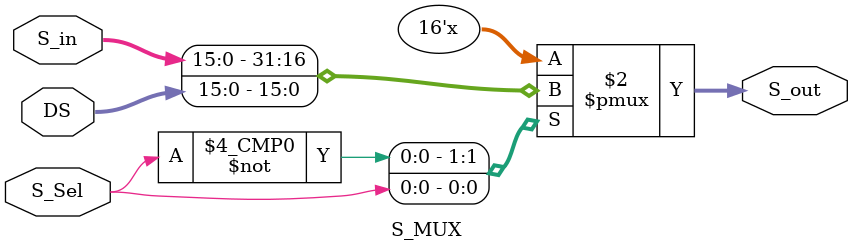
<source format=v>
`timescale 1ns / 1ps
/*************************************************************************************
*    File Name:     S_MUX.v
*    Project:       Lab Project 6: Integer Data Path
*    Designers:     Houssem Eddin Loudhabachi and Jose Sotelo
*    Email:         jsotelo235@gmail.com and hloudhabachi@gmail.com
*    Rev. Date:     April 6, 2017
*
*    Purpose:
*    The purpose for this module to create a 2-to-1 MUX that will be used as an
*    instantiation in the integer datapath module.
*
*    The 2-to-1 MUX is written using a case statement. Its functionality is to select
*    one signal and transmit it to a single output channel. It allows binary information
*    from the inputs (S_in and DS) to be output onto a single data line (S_out) depending
*    ont the data selector (S_Sel). 
*    
*    If the data selector (S_Sel) is logic low "0" the output selected will be 16 bits S_in.
*    If the data selector (S_Sel) is logic high "1" the output selected will be 16 bits DS.
*    By default, if data selector (S_Sel) is not choosen the output will be a constant 16'bx.
*    Notes:
 ******************************************************************************************/
module S_MUX( S_Sel, S_in, DS, S_out );

	input             S_Sel;
	input      [15:0] S_in, DS;
	output reg [15:0] S_out;
	
	always @( S_Sel )
		case ( S_Sel )
			1'b0    : S_out = S_in;
			1'b1    : S_out = DS;
			default : S_out = 16'bx;
		endcase
endmodule

</source>
